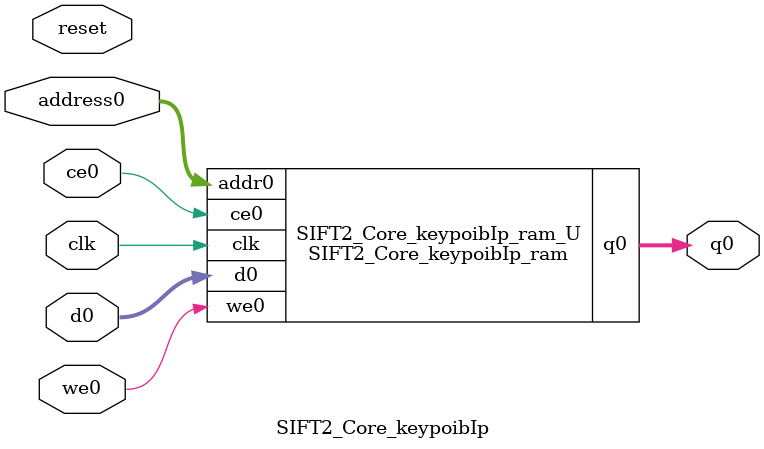
<source format=v>

`timescale 1 ns / 1 ps
module SIFT2_Core_keypoibIp_ram (addr0, ce0, d0, we0, q0,  clk);

parameter DWIDTH = 32;
parameter AWIDTH = 9;
parameter MEM_SIZE = 511;

input[AWIDTH-1:0] addr0;
input ce0;
input[DWIDTH-1:0] d0;
input we0;
output reg[DWIDTH-1:0] q0;
input clk;

(* ram_style = "block" *)reg [DWIDTH-1:0] ram[0:MEM_SIZE-1];




always @(posedge clk)  
begin 
    if (ce0) 
    begin
        if (we0) 
        begin 
            ram[addr0] <= d0; 
            q0 <= d0;
        end 
        else 
            q0 <= ram[addr0];
    end
end


endmodule


`timescale 1 ns / 1 ps
module SIFT2_Core_keypoibIp(
    reset,
    clk,
    address0,
    ce0,
    we0,
    d0,
    q0);

parameter DataWidth = 32'd32;
parameter AddressRange = 32'd511;
parameter AddressWidth = 32'd9;
input reset;
input clk;
input[AddressWidth - 1:0] address0;
input ce0;
input we0;
input[DataWidth - 1:0] d0;
output[DataWidth - 1:0] q0;



SIFT2_Core_keypoibIp_ram SIFT2_Core_keypoibIp_ram_U(
    .clk( clk ),
    .addr0( address0 ),
    .ce0( ce0 ),
    .we0( we0 ),
    .d0( d0 ),
    .q0( q0 ));

endmodule


</source>
